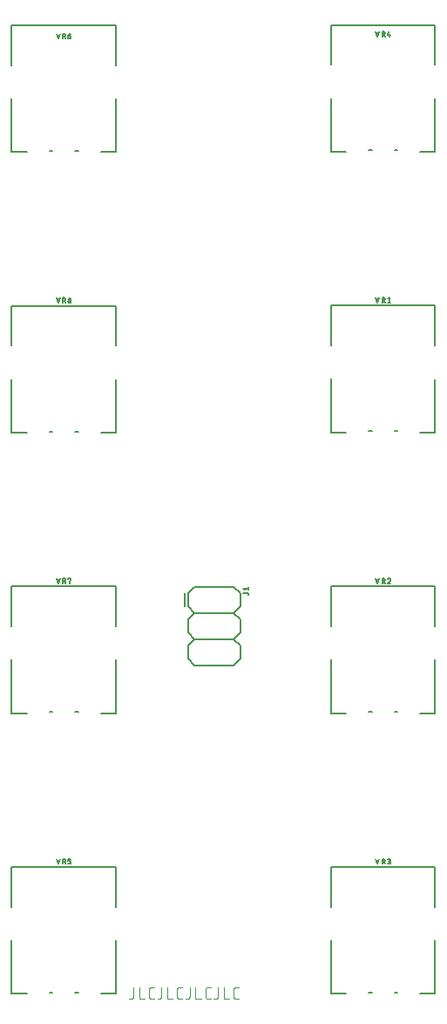
<source format=gbr>
G04 EAGLE Gerber RS-274X export*
G75*
%MOMM*%
%FSLAX34Y34*%
%LPD*%
%INSilkscreen Top*%
%IPPOS*%
%AMOC8*
5,1,8,0,0,1.08239X$1,22.5*%
G01*
%ADD10C,0.101600*%
%ADD11C,0.203200*%
%ADD12C,0.127000*%


D10*
X136203Y28092D02*
X136203Y19004D01*
X136202Y19004D02*
X136200Y18905D01*
X136194Y18805D01*
X136185Y18706D01*
X136172Y18608D01*
X136155Y18510D01*
X136134Y18412D01*
X136109Y18316D01*
X136081Y18221D01*
X136049Y18127D01*
X136014Y18034D01*
X135975Y17942D01*
X135932Y17852D01*
X135887Y17764D01*
X135837Y17677D01*
X135785Y17593D01*
X135729Y17510D01*
X135671Y17430D01*
X135609Y17352D01*
X135544Y17277D01*
X135476Y17204D01*
X135406Y17134D01*
X135333Y17066D01*
X135258Y17001D01*
X135180Y16939D01*
X135100Y16881D01*
X135017Y16825D01*
X134933Y16773D01*
X134846Y16723D01*
X134758Y16678D01*
X134668Y16635D01*
X134576Y16596D01*
X134483Y16561D01*
X134389Y16529D01*
X134294Y16501D01*
X134198Y16476D01*
X134100Y16455D01*
X134002Y16438D01*
X133904Y16425D01*
X133805Y16416D01*
X133705Y16410D01*
X133606Y16408D01*
X132308Y16408D01*
X141880Y16408D02*
X141880Y28092D01*
X141880Y16408D02*
X147073Y16408D01*
X153945Y16408D02*
X156542Y16408D01*
X153945Y16408D02*
X153846Y16410D01*
X153746Y16416D01*
X153647Y16425D01*
X153549Y16438D01*
X153451Y16455D01*
X153353Y16476D01*
X153257Y16501D01*
X153162Y16529D01*
X153068Y16561D01*
X152975Y16596D01*
X152883Y16635D01*
X152793Y16678D01*
X152705Y16723D01*
X152618Y16773D01*
X152534Y16825D01*
X152451Y16881D01*
X152371Y16939D01*
X152293Y17001D01*
X152218Y17066D01*
X152145Y17134D01*
X152075Y17204D01*
X152007Y17277D01*
X151942Y17352D01*
X151880Y17430D01*
X151822Y17510D01*
X151766Y17593D01*
X151714Y17677D01*
X151664Y17764D01*
X151619Y17852D01*
X151576Y17942D01*
X151537Y18034D01*
X151502Y18127D01*
X151470Y18221D01*
X151442Y18316D01*
X151417Y18412D01*
X151396Y18510D01*
X151379Y18608D01*
X151366Y18706D01*
X151357Y18805D01*
X151351Y18905D01*
X151349Y19004D01*
X151349Y25496D01*
X151351Y25595D01*
X151357Y25695D01*
X151366Y25794D01*
X151379Y25892D01*
X151396Y25990D01*
X151417Y26088D01*
X151442Y26184D01*
X151470Y26279D01*
X151502Y26373D01*
X151537Y26466D01*
X151576Y26558D01*
X151619Y26648D01*
X151664Y26736D01*
X151714Y26823D01*
X151766Y26907D01*
X151822Y26990D01*
X151880Y27070D01*
X151942Y27148D01*
X152007Y27223D01*
X152075Y27296D01*
X152145Y27366D01*
X152218Y27434D01*
X152293Y27499D01*
X152371Y27561D01*
X152451Y27619D01*
X152534Y27675D01*
X152618Y27727D01*
X152705Y27777D01*
X152793Y27822D01*
X152883Y27865D01*
X152975Y27904D01*
X153067Y27939D01*
X153162Y27971D01*
X153257Y27999D01*
X153353Y28024D01*
X153451Y28045D01*
X153549Y28062D01*
X153647Y28075D01*
X153746Y28084D01*
X153846Y28090D01*
X153945Y28092D01*
X156542Y28092D01*
X163635Y28092D02*
X163635Y19004D01*
X163634Y19004D02*
X163632Y18905D01*
X163626Y18805D01*
X163617Y18706D01*
X163604Y18608D01*
X163587Y18510D01*
X163566Y18412D01*
X163541Y18316D01*
X163513Y18221D01*
X163481Y18127D01*
X163446Y18034D01*
X163407Y17942D01*
X163364Y17852D01*
X163319Y17764D01*
X163269Y17677D01*
X163217Y17593D01*
X163161Y17510D01*
X163103Y17430D01*
X163041Y17352D01*
X162976Y17277D01*
X162908Y17204D01*
X162838Y17134D01*
X162765Y17066D01*
X162690Y17001D01*
X162612Y16939D01*
X162532Y16881D01*
X162449Y16825D01*
X162365Y16773D01*
X162278Y16723D01*
X162190Y16678D01*
X162100Y16635D01*
X162008Y16596D01*
X161915Y16561D01*
X161821Y16529D01*
X161726Y16501D01*
X161630Y16476D01*
X161532Y16455D01*
X161434Y16438D01*
X161336Y16425D01*
X161237Y16416D01*
X161137Y16410D01*
X161038Y16408D01*
X159740Y16408D01*
X169312Y16408D02*
X169312Y28092D01*
X169312Y16408D02*
X174505Y16408D01*
X181377Y16408D02*
X183974Y16408D01*
X181377Y16408D02*
X181278Y16410D01*
X181178Y16416D01*
X181079Y16425D01*
X180981Y16438D01*
X180883Y16455D01*
X180785Y16476D01*
X180689Y16501D01*
X180594Y16529D01*
X180500Y16561D01*
X180407Y16596D01*
X180315Y16635D01*
X180225Y16678D01*
X180137Y16723D01*
X180050Y16773D01*
X179966Y16825D01*
X179883Y16881D01*
X179803Y16939D01*
X179725Y17001D01*
X179650Y17066D01*
X179577Y17134D01*
X179507Y17204D01*
X179439Y17277D01*
X179374Y17352D01*
X179312Y17430D01*
X179254Y17510D01*
X179198Y17593D01*
X179146Y17677D01*
X179096Y17764D01*
X179051Y17852D01*
X179008Y17942D01*
X178969Y18034D01*
X178934Y18127D01*
X178902Y18221D01*
X178874Y18316D01*
X178849Y18412D01*
X178828Y18510D01*
X178811Y18608D01*
X178798Y18706D01*
X178789Y18805D01*
X178783Y18905D01*
X178781Y19004D01*
X178781Y25496D01*
X178783Y25595D01*
X178789Y25695D01*
X178798Y25794D01*
X178811Y25892D01*
X178828Y25990D01*
X178849Y26088D01*
X178874Y26184D01*
X178902Y26279D01*
X178934Y26373D01*
X178969Y26466D01*
X179008Y26558D01*
X179051Y26648D01*
X179096Y26736D01*
X179146Y26823D01*
X179198Y26907D01*
X179254Y26990D01*
X179312Y27070D01*
X179374Y27148D01*
X179439Y27223D01*
X179507Y27296D01*
X179577Y27366D01*
X179650Y27434D01*
X179725Y27499D01*
X179803Y27561D01*
X179883Y27619D01*
X179966Y27675D01*
X180050Y27727D01*
X180137Y27777D01*
X180225Y27822D01*
X180315Y27865D01*
X180407Y27904D01*
X180499Y27939D01*
X180594Y27971D01*
X180689Y27999D01*
X180785Y28024D01*
X180883Y28045D01*
X180981Y28062D01*
X181079Y28075D01*
X181178Y28084D01*
X181278Y28090D01*
X181377Y28092D01*
X183974Y28092D01*
X191067Y28092D02*
X191067Y19004D01*
X191066Y19004D02*
X191064Y18905D01*
X191058Y18805D01*
X191049Y18706D01*
X191036Y18608D01*
X191019Y18510D01*
X190998Y18412D01*
X190973Y18316D01*
X190945Y18221D01*
X190913Y18127D01*
X190878Y18034D01*
X190839Y17942D01*
X190796Y17852D01*
X190751Y17764D01*
X190701Y17677D01*
X190649Y17593D01*
X190593Y17510D01*
X190535Y17430D01*
X190473Y17352D01*
X190408Y17277D01*
X190340Y17204D01*
X190270Y17134D01*
X190197Y17066D01*
X190122Y17001D01*
X190044Y16939D01*
X189964Y16881D01*
X189881Y16825D01*
X189797Y16773D01*
X189710Y16723D01*
X189622Y16678D01*
X189532Y16635D01*
X189440Y16596D01*
X189347Y16561D01*
X189253Y16529D01*
X189158Y16501D01*
X189062Y16476D01*
X188964Y16455D01*
X188866Y16438D01*
X188768Y16425D01*
X188669Y16416D01*
X188569Y16410D01*
X188470Y16408D01*
X187172Y16408D01*
X196744Y16408D02*
X196744Y28092D01*
X196744Y16408D02*
X201937Y16408D01*
X208809Y16408D02*
X211406Y16408D01*
X208809Y16408D02*
X208710Y16410D01*
X208610Y16416D01*
X208511Y16425D01*
X208413Y16438D01*
X208315Y16455D01*
X208217Y16476D01*
X208121Y16501D01*
X208026Y16529D01*
X207932Y16561D01*
X207839Y16596D01*
X207747Y16635D01*
X207657Y16678D01*
X207569Y16723D01*
X207482Y16773D01*
X207398Y16825D01*
X207315Y16881D01*
X207235Y16939D01*
X207157Y17001D01*
X207082Y17066D01*
X207009Y17134D01*
X206939Y17204D01*
X206871Y17277D01*
X206806Y17352D01*
X206744Y17430D01*
X206686Y17510D01*
X206630Y17593D01*
X206578Y17677D01*
X206528Y17764D01*
X206483Y17852D01*
X206440Y17942D01*
X206401Y18034D01*
X206366Y18127D01*
X206334Y18221D01*
X206306Y18316D01*
X206281Y18412D01*
X206260Y18510D01*
X206243Y18608D01*
X206230Y18706D01*
X206221Y18805D01*
X206215Y18905D01*
X206213Y19004D01*
X206213Y25496D01*
X206215Y25595D01*
X206221Y25695D01*
X206230Y25794D01*
X206243Y25892D01*
X206260Y25990D01*
X206281Y26088D01*
X206306Y26184D01*
X206334Y26279D01*
X206366Y26373D01*
X206401Y26466D01*
X206440Y26558D01*
X206483Y26648D01*
X206528Y26736D01*
X206578Y26823D01*
X206630Y26907D01*
X206686Y26990D01*
X206744Y27070D01*
X206806Y27148D01*
X206871Y27223D01*
X206939Y27296D01*
X207009Y27366D01*
X207082Y27434D01*
X207157Y27499D01*
X207235Y27561D01*
X207315Y27619D01*
X207398Y27675D01*
X207482Y27727D01*
X207569Y27777D01*
X207657Y27822D01*
X207747Y27865D01*
X207839Y27904D01*
X207931Y27939D01*
X208026Y27971D01*
X208121Y27999D01*
X208217Y28024D01*
X208315Y28045D01*
X208413Y28062D01*
X208511Y28075D01*
X208610Y28084D01*
X208710Y28090D01*
X208809Y28092D01*
X211406Y28092D01*
X218499Y28092D02*
X218499Y19004D01*
X218498Y19004D02*
X218496Y18905D01*
X218490Y18805D01*
X218481Y18706D01*
X218468Y18608D01*
X218451Y18510D01*
X218430Y18412D01*
X218405Y18316D01*
X218377Y18221D01*
X218345Y18127D01*
X218310Y18034D01*
X218271Y17942D01*
X218228Y17852D01*
X218183Y17764D01*
X218133Y17677D01*
X218081Y17593D01*
X218025Y17510D01*
X217967Y17430D01*
X217905Y17352D01*
X217840Y17277D01*
X217772Y17204D01*
X217702Y17134D01*
X217629Y17066D01*
X217554Y17001D01*
X217476Y16939D01*
X217396Y16881D01*
X217313Y16825D01*
X217229Y16773D01*
X217142Y16723D01*
X217054Y16678D01*
X216964Y16635D01*
X216872Y16596D01*
X216779Y16561D01*
X216685Y16529D01*
X216590Y16501D01*
X216494Y16476D01*
X216396Y16455D01*
X216298Y16438D01*
X216200Y16425D01*
X216101Y16416D01*
X216001Y16410D01*
X215902Y16408D01*
X214604Y16408D01*
X224176Y16408D02*
X224176Y28092D01*
X224176Y16408D02*
X229369Y16408D01*
X236241Y16408D02*
X238838Y16408D01*
X236241Y16408D02*
X236142Y16410D01*
X236042Y16416D01*
X235943Y16425D01*
X235845Y16438D01*
X235747Y16455D01*
X235649Y16476D01*
X235553Y16501D01*
X235458Y16529D01*
X235364Y16561D01*
X235271Y16596D01*
X235179Y16635D01*
X235089Y16678D01*
X235001Y16723D01*
X234914Y16773D01*
X234830Y16825D01*
X234747Y16881D01*
X234667Y16939D01*
X234589Y17001D01*
X234514Y17066D01*
X234441Y17134D01*
X234371Y17204D01*
X234303Y17277D01*
X234238Y17352D01*
X234176Y17430D01*
X234118Y17510D01*
X234062Y17593D01*
X234010Y17677D01*
X233960Y17764D01*
X233915Y17852D01*
X233872Y17942D01*
X233833Y18034D01*
X233798Y18127D01*
X233766Y18221D01*
X233738Y18316D01*
X233713Y18412D01*
X233692Y18510D01*
X233675Y18608D01*
X233662Y18706D01*
X233653Y18805D01*
X233647Y18905D01*
X233645Y19004D01*
X233645Y25496D01*
X233647Y25595D01*
X233653Y25695D01*
X233662Y25794D01*
X233675Y25892D01*
X233692Y25990D01*
X233713Y26088D01*
X233738Y26184D01*
X233766Y26279D01*
X233798Y26373D01*
X233833Y26466D01*
X233872Y26558D01*
X233915Y26648D01*
X233960Y26736D01*
X234010Y26823D01*
X234062Y26907D01*
X234118Y26990D01*
X234176Y27070D01*
X234238Y27148D01*
X234303Y27223D01*
X234371Y27296D01*
X234441Y27366D01*
X234514Y27434D01*
X234589Y27499D01*
X234667Y27561D01*
X234747Y27619D01*
X234830Y27675D01*
X234914Y27727D01*
X235001Y27777D01*
X235089Y27822D01*
X235179Y27865D01*
X235271Y27904D01*
X235363Y27939D01*
X235458Y27971D01*
X235553Y27999D01*
X235649Y28024D01*
X235747Y28045D01*
X235845Y28062D01*
X235943Y28075D01*
X236042Y28084D01*
X236142Y28090D01*
X236241Y28092D01*
X238838Y28092D01*
D11*
X189300Y410450D02*
X195650Y416800D01*
X189300Y397750D02*
X195650Y391400D01*
X189300Y385050D01*
X189300Y372350D02*
X195650Y366000D01*
X189300Y359650D01*
X189300Y346950D02*
X195650Y340600D01*
X195650Y416800D02*
X233750Y416800D01*
X240100Y410450D01*
X240100Y397750D01*
X233750Y391400D01*
X240100Y385050D01*
X240100Y372350D01*
X233750Y366000D01*
X240100Y359650D01*
X240100Y346950D01*
X233750Y340600D01*
X233750Y391400D02*
X195650Y391400D01*
X195650Y366000D02*
X233750Y366000D01*
X233750Y340600D02*
X195650Y340600D01*
X189300Y346950D02*
X189300Y359650D01*
X189300Y372350D02*
X189300Y385050D01*
X189300Y397750D02*
X189300Y410450D01*
X185950Y410450D02*
X185950Y397750D01*
D12*
X243275Y410536D02*
X247029Y410536D01*
X247094Y410534D01*
X247158Y410528D01*
X247222Y410518D01*
X247286Y410505D01*
X247348Y410487D01*
X247409Y410466D01*
X247469Y410442D01*
X247527Y410413D01*
X247584Y410381D01*
X247638Y410346D01*
X247690Y410308D01*
X247740Y410266D01*
X247787Y410222D01*
X247831Y410175D01*
X247873Y410125D01*
X247911Y410073D01*
X247946Y410019D01*
X247978Y409962D01*
X248007Y409904D01*
X248031Y409844D01*
X248052Y409783D01*
X248070Y409721D01*
X248083Y409657D01*
X248093Y409593D01*
X248099Y409529D01*
X248101Y409464D01*
X248101Y408927D01*
X244347Y413484D02*
X243275Y414824D01*
X248101Y414824D01*
X248101Y413484D02*
X248101Y416165D01*
D11*
X415100Y566452D02*
X429670Y566452D01*
X368100Y567722D02*
X365100Y567722D01*
X328530Y650972D02*
X328530Y689452D01*
X429670Y618322D02*
X429670Y566452D01*
X328530Y566452D02*
X328530Y618332D01*
X429670Y650972D02*
X429670Y689452D01*
X328530Y689452D01*
X328830Y566452D02*
X343100Y566452D01*
X390100Y567722D02*
X393100Y567722D01*
D12*
X373656Y692507D02*
X372048Y697333D01*
X375265Y697333D02*
X373656Y692507D01*
X378049Y692507D02*
X378049Y697333D01*
X379389Y697333D01*
X379389Y697334D02*
X379460Y697332D01*
X379532Y697326D01*
X379602Y697317D01*
X379672Y697304D01*
X379742Y697287D01*
X379810Y697266D01*
X379877Y697242D01*
X379943Y697214D01*
X380007Y697183D01*
X380070Y697148D01*
X380130Y697110D01*
X380189Y697069D01*
X380245Y697025D01*
X380299Y696978D01*
X380350Y696929D01*
X380398Y696876D01*
X380444Y696821D01*
X380486Y696764D01*
X380526Y696704D01*
X380562Y696643D01*
X380595Y696579D01*
X380624Y696514D01*
X380650Y696448D01*
X380673Y696380D01*
X380692Y696311D01*
X380707Y696241D01*
X380718Y696171D01*
X380726Y696100D01*
X380730Y696029D01*
X380730Y695957D01*
X380726Y695886D01*
X380718Y695815D01*
X380707Y695745D01*
X380692Y695675D01*
X380673Y695606D01*
X380650Y695538D01*
X380624Y695472D01*
X380595Y695407D01*
X380562Y695343D01*
X380526Y695282D01*
X380486Y695222D01*
X380444Y695165D01*
X380398Y695110D01*
X380350Y695057D01*
X380299Y695008D01*
X380245Y694961D01*
X380189Y694917D01*
X380130Y694876D01*
X380070Y694838D01*
X380007Y694803D01*
X379943Y694772D01*
X379877Y694744D01*
X379810Y694720D01*
X379742Y694699D01*
X379672Y694682D01*
X379602Y694669D01*
X379532Y694660D01*
X379460Y694654D01*
X379389Y694652D01*
X378049Y694652D01*
X379657Y694652D02*
X380730Y692507D01*
X383471Y696261D02*
X384812Y697333D01*
X384812Y692507D01*
X386152Y692507D02*
X383471Y692507D01*
D11*
X415100Y294008D02*
X429670Y294008D01*
X368100Y295278D02*
X365100Y295278D01*
X328530Y378528D02*
X328530Y417008D01*
X429670Y345878D02*
X429670Y294008D01*
X328530Y294008D02*
X328530Y345888D01*
X429670Y378528D02*
X429670Y417008D01*
X328530Y417008D01*
X328830Y294008D02*
X343100Y294008D01*
X390100Y295278D02*
X393100Y295278D01*
D12*
X373656Y420063D02*
X372048Y424889D01*
X375265Y424889D02*
X373656Y420063D01*
X378049Y420063D02*
X378049Y424889D01*
X379389Y424889D01*
X379460Y424887D01*
X379532Y424881D01*
X379602Y424872D01*
X379672Y424859D01*
X379742Y424842D01*
X379810Y424821D01*
X379877Y424797D01*
X379943Y424769D01*
X380007Y424738D01*
X380070Y424703D01*
X380130Y424665D01*
X380189Y424624D01*
X380245Y424580D01*
X380299Y424533D01*
X380350Y424484D01*
X380398Y424431D01*
X380444Y424376D01*
X380486Y424319D01*
X380526Y424259D01*
X380562Y424198D01*
X380595Y424134D01*
X380624Y424069D01*
X380650Y424003D01*
X380673Y423935D01*
X380692Y423866D01*
X380707Y423796D01*
X380718Y423726D01*
X380726Y423655D01*
X380730Y423584D01*
X380730Y423512D01*
X380726Y423441D01*
X380718Y423370D01*
X380707Y423300D01*
X380692Y423230D01*
X380673Y423161D01*
X380650Y423093D01*
X380624Y423027D01*
X380595Y422962D01*
X380562Y422898D01*
X380526Y422837D01*
X380486Y422777D01*
X380444Y422720D01*
X380398Y422665D01*
X380350Y422612D01*
X380299Y422563D01*
X380245Y422516D01*
X380189Y422472D01*
X380130Y422431D01*
X380070Y422393D01*
X380007Y422358D01*
X379943Y422327D01*
X379877Y422299D01*
X379810Y422275D01*
X379742Y422254D01*
X379672Y422237D01*
X379602Y422224D01*
X379532Y422215D01*
X379460Y422209D01*
X379389Y422207D01*
X379389Y422208D02*
X378049Y422208D01*
X379657Y422208D02*
X380730Y420063D01*
X384946Y424889D02*
X385014Y424887D01*
X385081Y424881D01*
X385148Y424872D01*
X385215Y424859D01*
X385280Y424842D01*
X385345Y424821D01*
X385408Y424797D01*
X385470Y424769D01*
X385530Y424738D01*
X385588Y424704D01*
X385644Y424666D01*
X385699Y424626D01*
X385750Y424582D01*
X385799Y424535D01*
X385846Y424486D01*
X385890Y424435D01*
X385930Y424380D01*
X385968Y424324D01*
X386002Y424266D01*
X386033Y424206D01*
X386061Y424144D01*
X386085Y424081D01*
X386106Y424016D01*
X386123Y423951D01*
X386136Y423884D01*
X386145Y423817D01*
X386151Y423750D01*
X386153Y423682D01*
X384946Y424889D02*
X384868Y424887D01*
X384790Y424881D01*
X384713Y424871D01*
X384636Y424858D01*
X384560Y424840D01*
X384485Y424819D01*
X384411Y424794D01*
X384339Y424765D01*
X384268Y424733D01*
X384199Y424697D01*
X384131Y424658D01*
X384066Y424615D01*
X384003Y424569D01*
X383942Y424520D01*
X383884Y424468D01*
X383829Y424413D01*
X383776Y424356D01*
X383727Y424296D01*
X383680Y424233D01*
X383637Y424169D01*
X383597Y424102D01*
X383560Y424033D01*
X383527Y423962D01*
X383497Y423890D01*
X383471Y423817D01*
X385751Y422744D02*
X385800Y422793D01*
X385847Y422845D01*
X385890Y422900D01*
X385931Y422957D01*
X385969Y423016D01*
X386003Y423077D01*
X386034Y423140D01*
X386062Y423204D01*
X386086Y423270D01*
X386106Y423336D01*
X386123Y423404D01*
X386136Y423473D01*
X386145Y423542D01*
X386151Y423612D01*
X386153Y423682D01*
X385750Y422744D02*
X383471Y420063D01*
X386152Y420063D01*
D11*
X415100Y21563D02*
X429670Y21563D01*
X368100Y22833D02*
X365100Y22833D01*
X328530Y106083D02*
X328530Y144563D01*
X429670Y73433D02*
X429670Y21563D01*
X328530Y21563D02*
X328530Y73443D01*
X429670Y106083D02*
X429670Y144563D01*
X328530Y144563D01*
X328830Y21563D02*
X343100Y21563D01*
X390100Y22833D02*
X393100Y22833D01*
D12*
X373656Y147618D02*
X372048Y152444D01*
X375265Y152444D02*
X373656Y147618D01*
X378049Y147618D02*
X378049Y152444D01*
X379389Y152444D01*
X379389Y152445D02*
X379460Y152443D01*
X379532Y152437D01*
X379602Y152428D01*
X379672Y152415D01*
X379742Y152398D01*
X379810Y152377D01*
X379877Y152353D01*
X379943Y152325D01*
X380007Y152294D01*
X380070Y152259D01*
X380130Y152221D01*
X380189Y152180D01*
X380245Y152136D01*
X380299Y152089D01*
X380350Y152040D01*
X380398Y151987D01*
X380444Y151932D01*
X380486Y151875D01*
X380526Y151815D01*
X380562Y151754D01*
X380595Y151690D01*
X380624Y151625D01*
X380650Y151559D01*
X380673Y151491D01*
X380692Y151422D01*
X380707Y151352D01*
X380718Y151282D01*
X380726Y151211D01*
X380730Y151140D01*
X380730Y151068D01*
X380726Y150997D01*
X380718Y150926D01*
X380707Y150856D01*
X380692Y150786D01*
X380673Y150717D01*
X380650Y150649D01*
X380624Y150583D01*
X380595Y150518D01*
X380562Y150454D01*
X380526Y150393D01*
X380486Y150333D01*
X380444Y150276D01*
X380398Y150221D01*
X380350Y150168D01*
X380299Y150119D01*
X380245Y150072D01*
X380189Y150028D01*
X380130Y149987D01*
X380070Y149949D01*
X380007Y149914D01*
X379943Y149883D01*
X379877Y149855D01*
X379810Y149831D01*
X379742Y149810D01*
X379672Y149793D01*
X379602Y149780D01*
X379532Y149771D01*
X379460Y149765D01*
X379389Y149763D01*
X378049Y149763D01*
X379657Y149763D02*
X380730Y147618D01*
X383471Y147618D02*
X384812Y147618D01*
X384883Y147620D01*
X384955Y147626D01*
X385025Y147635D01*
X385095Y147648D01*
X385165Y147665D01*
X385233Y147686D01*
X385300Y147710D01*
X385366Y147738D01*
X385430Y147769D01*
X385493Y147804D01*
X385553Y147842D01*
X385612Y147883D01*
X385668Y147927D01*
X385722Y147974D01*
X385773Y148023D01*
X385821Y148076D01*
X385867Y148131D01*
X385909Y148188D01*
X385949Y148248D01*
X385985Y148309D01*
X386018Y148373D01*
X386047Y148438D01*
X386073Y148504D01*
X386096Y148572D01*
X386115Y148641D01*
X386130Y148711D01*
X386141Y148781D01*
X386149Y148852D01*
X386153Y148923D01*
X386153Y148995D01*
X386149Y149066D01*
X386141Y149137D01*
X386130Y149207D01*
X386115Y149277D01*
X386096Y149346D01*
X386073Y149414D01*
X386047Y149480D01*
X386018Y149545D01*
X385985Y149609D01*
X385949Y149670D01*
X385909Y149730D01*
X385867Y149787D01*
X385821Y149842D01*
X385773Y149895D01*
X385722Y149944D01*
X385668Y149991D01*
X385612Y150035D01*
X385553Y150076D01*
X385493Y150114D01*
X385430Y150149D01*
X385366Y150180D01*
X385300Y150208D01*
X385233Y150232D01*
X385165Y150253D01*
X385095Y150270D01*
X385025Y150283D01*
X384955Y150292D01*
X384883Y150298D01*
X384812Y150300D01*
X385080Y152444D02*
X383471Y152444D01*
X385080Y152444D02*
X385145Y152442D01*
X385209Y152436D01*
X385273Y152426D01*
X385337Y152413D01*
X385399Y152395D01*
X385460Y152374D01*
X385520Y152350D01*
X385578Y152321D01*
X385635Y152289D01*
X385689Y152254D01*
X385741Y152216D01*
X385791Y152174D01*
X385838Y152130D01*
X385882Y152083D01*
X385924Y152033D01*
X385962Y151981D01*
X385997Y151927D01*
X386029Y151870D01*
X386058Y151812D01*
X386082Y151752D01*
X386103Y151691D01*
X386121Y151629D01*
X386134Y151565D01*
X386144Y151501D01*
X386150Y151437D01*
X386152Y151372D01*
X386150Y151307D01*
X386144Y151243D01*
X386134Y151179D01*
X386121Y151115D01*
X386103Y151053D01*
X386082Y150992D01*
X386058Y150932D01*
X386029Y150874D01*
X385997Y150817D01*
X385962Y150763D01*
X385924Y150711D01*
X385882Y150661D01*
X385838Y150614D01*
X385791Y150570D01*
X385741Y150528D01*
X385689Y150490D01*
X385635Y150455D01*
X385578Y150423D01*
X385520Y150394D01*
X385460Y150370D01*
X385399Y150349D01*
X385337Y150331D01*
X385273Y150318D01*
X385209Y150308D01*
X385145Y150302D01*
X385080Y150300D01*
X385080Y150299D02*
X384008Y150299D01*
D11*
X415100Y838897D02*
X429670Y838897D01*
X368100Y840167D02*
X365100Y840167D01*
X328530Y923417D02*
X328530Y961897D01*
X429670Y890767D02*
X429670Y838897D01*
X328530Y838897D02*
X328530Y890777D01*
X429670Y923417D02*
X429670Y961897D01*
X328530Y961897D01*
X328830Y838897D02*
X343100Y838897D01*
X390100Y840167D02*
X393100Y840167D01*
D12*
X373656Y950952D02*
X372048Y955778D01*
X375265Y955778D02*
X373656Y950952D01*
X378049Y950952D02*
X378049Y955778D01*
X379389Y955778D01*
X379460Y955776D01*
X379532Y955770D01*
X379602Y955761D01*
X379672Y955748D01*
X379742Y955731D01*
X379810Y955710D01*
X379877Y955686D01*
X379943Y955658D01*
X380007Y955627D01*
X380070Y955592D01*
X380130Y955554D01*
X380189Y955513D01*
X380245Y955469D01*
X380299Y955422D01*
X380350Y955373D01*
X380398Y955320D01*
X380444Y955265D01*
X380486Y955208D01*
X380526Y955148D01*
X380562Y955087D01*
X380595Y955023D01*
X380624Y954958D01*
X380650Y954892D01*
X380673Y954824D01*
X380692Y954755D01*
X380707Y954685D01*
X380718Y954615D01*
X380726Y954544D01*
X380730Y954473D01*
X380730Y954401D01*
X380726Y954330D01*
X380718Y954259D01*
X380707Y954189D01*
X380692Y954119D01*
X380673Y954050D01*
X380650Y953982D01*
X380624Y953916D01*
X380595Y953851D01*
X380562Y953787D01*
X380526Y953726D01*
X380486Y953666D01*
X380444Y953609D01*
X380398Y953554D01*
X380350Y953501D01*
X380299Y953452D01*
X380245Y953405D01*
X380189Y953361D01*
X380130Y953320D01*
X380070Y953282D01*
X380007Y953247D01*
X379943Y953216D01*
X379877Y953188D01*
X379810Y953164D01*
X379742Y953143D01*
X379672Y953126D01*
X379602Y953113D01*
X379532Y953104D01*
X379460Y953098D01*
X379389Y953096D01*
X379389Y953097D02*
X378049Y953097D01*
X379657Y953097D02*
X380730Y950952D01*
X383471Y952024D02*
X384544Y955778D01*
X383471Y952024D02*
X386152Y952024D01*
X385348Y953097D02*
X385348Y950952D01*
D11*
X119270Y21563D02*
X104700Y21563D01*
X57700Y22833D02*
X54700Y22833D01*
X18130Y106083D02*
X18130Y144563D01*
X119270Y73433D02*
X119270Y21563D01*
X18130Y21563D02*
X18130Y73443D01*
X119270Y106083D02*
X119270Y144563D01*
X18130Y144563D01*
X18430Y21563D02*
X32700Y21563D01*
X79700Y22833D02*
X82700Y22833D01*
D12*
X63256Y147618D02*
X61648Y152444D01*
X64865Y152444D02*
X63256Y147618D01*
X67649Y147618D02*
X67649Y152444D01*
X68989Y152444D01*
X68989Y152445D02*
X69060Y152443D01*
X69132Y152437D01*
X69202Y152428D01*
X69272Y152415D01*
X69342Y152398D01*
X69410Y152377D01*
X69477Y152353D01*
X69543Y152325D01*
X69607Y152294D01*
X69670Y152259D01*
X69730Y152221D01*
X69789Y152180D01*
X69845Y152136D01*
X69899Y152089D01*
X69950Y152040D01*
X69998Y151987D01*
X70044Y151932D01*
X70086Y151875D01*
X70126Y151815D01*
X70162Y151754D01*
X70195Y151690D01*
X70224Y151625D01*
X70250Y151559D01*
X70273Y151491D01*
X70292Y151422D01*
X70307Y151352D01*
X70318Y151282D01*
X70326Y151211D01*
X70330Y151140D01*
X70330Y151068D01*
X70326Y150997D01*
X70318Y150926D01*
X70307Y150856D01*
X70292Y150786D01*
X70273Y150717D01*
X70250Y150649D01*
X70224Y150583D01*
X70195Y150518D01*
X70162Y150454D01*
X70126Y150393D01*
X70086Y150333D01*
X70044Y150276D01*
X69998Y150221D01*
X69950Y150168D01*
X69899Y150119D01*
X69845Y150072D01*
X69789Y150028D01*
X69730Y149987D01*
X69670Y149949D01*
X69607Y149914D01*
X69543Y149883D01*
X69477Y149855D01*
X69410Y149831D01*
X69342Y149810D01*
X69272Y149793D01*
X69202Y149780D01*
X69132Y149771D01*
X69060Y149765D01*
X68989Y149763D01*
X67649Y149763D01*
X69257Y149763D02*
X70330Y147618D01*
X73071Y147618D02*
X74680Y147618D01*
X74680Y147619D02*
X74745Y147621D01*
X74809Y147627D01*
X74873Y147637D01*
X74937Y147650D01*
X74999Y147668D01*
X75060Y147689D01*
X75120Y147713D01*
X75178Y147742D01*
X75235Y147774D01*
X75289Y147809D01*
X75341Y147847D01*
X75391Y147889D01*
X75438Y147933D01*
X75482Y147980D01*
X75524Y148030D01*
X75562Y148082D01*
X75597Y148136D01*
X75629Y148193D01*
X75658Y148251D01*
X75682Y148311D01*
X75703Y148372D01*
X75721Y148434D01*
X75734Y148498D01*
X75744Y148562D01*
X75750Y148626D01*
X75752Y148691D01*
X75752Y149227D01*
X75750Y149292D01*
X75744Y149356D01*
X75734Y149420D01*
X75721Y149484D01*
X75703Y149546D01*
X75682Y149607D01*
X75658Y149667D01*
X75629Y149725D01*
X75597Y149782D01*
X75562Y149836D01*
X75524Y149888D01*
X75482Y149938D01*
X75438Y149985D01*
X75391Y150029D01*
X75341Y150071D01*
X75289Y150109D01*
X75235Y150144D01*
X75178Y150176D01*
X75120Y150205D01*
X75060Y150229D01*
X74999Y150250D01*
X74937Y150268D01*
X74873Y150281D01*
X74809Y150291D01*
X74745Y150297D01*
X74680Y150299D01*
X73071Y150299D01*
X73071Y152444D01*
X75752Y152444D01*
D11*
X104700Y838563D02*
X119270Y838563D01*
X57700Y839833D02*
X54700Y839833D01*
X18130Y923083D02*
X18130Y961563D01*
X119270Y890433D02*
X119270Y838563D01*
X18130Y838563D02*
X18130Y890443D01*
X119270Y923083D02*
X119270Y961563D01*
X18130Y961563D01*
X18430Y838563D02*
X32700Y838563D01*
X79700Y839833D02*
X82700Y839833D01*
D12*
X63256Y948618D02*
X61648Y953444D01*
X64865Y953444D02*
X63256Y948618D01*
X67649Y948618D02*
X67649Y953444D01*
X68989Y953444D01*
X68989Y953445D02*
X69060Y953443D01*
X69132Y953437D01*
X69202Y953428D01*
X69272Y953415D01*
X69342Y953398D01*
X69410Y953377D01*
X69477Y953353D01*
X69543Y953325D01*
X69607Y953294D01*
X69670Y953259D01*
X69730Y953221D01*
X69789Y953180D01*
X69845Y953136D01*
X69899Y953089D01*
X69950Y953040D01*
X69998Y952987D01*
X70044Y952932D01*
X70086Y952875D01*
X70126Y952815D01*
X70162Y952754D01*
X70195Y952690D01*
X70224Y952625D01*
X70250Y952559D01*
X70273Y952491D01*
X70292Y952422D01*
X70307Y952352D01*
X70318Y952282D01*
X70326Y952211D01*
X70330Y952140D01*
X70330Y952068D01*
X70326Y951997D01*
X70318Y951926D01*
X70307Y951856D01*
X70292Y951786D01*
X70273Y951717D01*
X70250Y951649D01*
X70224Y951583D01*
X70195Y951518D01*
X70162Y951454D01*
X70126Y951393D01*
X70086Y951333D01*
X70044Y951276D01*
X69998Y951221D01*
X69950Y951168D01*
X69899Y951119D01*
X69845Y951072D01*
X69789Y951028D01*
X69730Y950987D01*
X69670Y950949D01*
X69607Y950914D01*
X69543Y950883D01*
X69477Y950855D01*
X69410Y950831D01*
X69342Y950810D01*
X69272Y950793D01*
X69202Y950780D01*
X69132Y950771D01*
X69060Y950765D01*
X68989Y950763D01*
X67649Y950763D01*
X69257Y950763D02*
X70330Y948618D01*
X73071Y951299D02*
X74680Y951299D01*
X74745Y951297D01*
X74809Y951291D01*
X74873Y951281D01*
X74937Y951268D01*
X74999Y951250D01*
X75060Y951229D01*
X75120Y951205D01*
X75178Y951176D01*
X75235Y951144D01*
X75289Y951109D01*
X75341Y951071D01*
X75391Y951029D01*
X75438Y950985D01*
X75482Y950938D01*
X75524Y950888D01*
X75562Y950836D01*
X75597Y950782D01*
X75629Y950725D01*
X75658Y950667D01*
X75682Y950607D01*
X75703Y950546D01*
X75721Y950484D01*
X75734Y950420D01*
X75744Y950356D01*
X75750Y950292D01*
X75752Y950227D01*
X75752Y949959D01*
X75753Y949959D02*
X75751Y949888D01*
X75745Y949816D01*
X75736Y949746D01*
X75723Y949676D01*
X75706Y949606D01*
X75685Y949538D01*
X75661Y949471D01*
X75633Y949405D01*
X75602Y949341D01*
X75567Y949278D01*
X75529Y949218D01*
X75488Y949159D01*
X75444Y949103D01*
X75397Y949049D01*
X75348Y948998D01*
X75295Y948950D01*
X75240Y948904D01*
X75183Y948862D01*
X75123Y948822D01*
X75062Y948786D01*
X74998Y948753D01*
X74933Y948724D01*
X74867Y948698D01*
X74799Y948675D01*
X74730Y948656D01*
X74660Y948641D01*
X74590Y948630D01*
X74519Y948622D01*
X74448Y948618D01*
X74376Y948618D01*
X74305Y948622D01*
X74234Y948630D01*
X74164Y948641D01*
X74094Y948656D01*
X74025Y948675D01*
X73957Y948698D01*
X73891Y948724D01*
X73826Y948753D01*
X73762Y948786D01*
X73701Y948822D01*
X73641Y948862D01*
X73584Y948904D01*
X73529Y948950D01*
X73476Y948998D01*
X73427Y949049D01*
X73380Y949103D01*
X73336Y949159D01*
X73295Y949218D01*
X73257Y949278D01*
X73222Y949341D01*
X73191Y949405D01*
X73163Y949471D01*
X73139Y949538D01*
X73118Y949606D01*
X73101Y949676D01*
X73088Y949746D01*
X73079Y949816D01*
X73073Y949888D01*
X73071Y949959D01*
X73071Y951299D01*
X73073Y951390D01*
X73079Y951481D01*
X73088Y951571D01*
X73102Y951662D01*
X73119Y951751D01*
X73140Y951839D01*
X73165Y951927D01*
X73194Y952014D01*
X73226Y952099D01*
X73261Y952183D01*
X73301Y952265D01*
X73343Y952345D01*
X73389Y952424D01*
X73439Y952500D01*
X73491Y952574D01*
X73547Y952647D01*
X73606Y952716D01*
X73667Y952783D01*
X73732Y952848D01*
X73799Y952909D01*
X73868Y952968D01*
X73940Y953024D01*
X74015Y953076D01*
X74091Y953126D01*
X74170Y953172D01*
X74250Y953214D01*
X74332Y953254D01*
X74416Y953289D01*
X74501Y953321D01*
X74588Y953350D01*
X74675Y953375D01*
X74764Y953396D01*
X74853Y953413D01*
X74944Y953427D01*
X75034Y953436D01*
X75125Y953442D01*
X75216Y953444D01*
D11*
X104700Y293897D02*
X119270Y293897D01*
X57700Y295167D02*
X54700Y295167D01*
X18130Y378417D02*
X18130Y416897D01*
X119270Y345767D02*
X119270Y293897D01*
X18130Y293897D02*
X18130Y345777D01*
X119270Y378417D02*
X119270Y416897D01*
X18130Y416897D01*
X18430Y293897D02*
X32700Y293897D01*
X79700Y295167D02*
X82700Y295167D01*
D12*
X63256Y419952D02*
X61648Y424778D01*
X64865Y424778D02*
X63256Y419952D01*
X67649Y419952D02*
X67649Y424778D01*
X68989Y424778D01*
X69060Y424776D01*
X69132Y424770D01*
X69202Y424761D01*
X69272Y424748D01*
X69342Y424731D01*
X69410Y424710D01*
X69477Y424686D01*
X69543Y424658D01*
X69607Y424627D01*
X69670Y424592D01*
X69730Y424554D01*
X69789Y424513D01*
X69845Y424469D01*
X69899Y424422D01*
X69950Y424373D01*
X69998Y424320D01*
X70044Y424265D01*
X70086Y424208D01*
X70126Y424148D01*
X70162Y424087D01*
X70195Y424023D01*
X70224Y423958D01*
X70250Y423892D01*
X70273Y423824D01*
X70292Y423755D01*
X70307Y423685D01*
X70318Y423615D01*
X70326Y423544D01*
X70330Y423473D01*
X70330Y423401D01*
X70326Y423330D01*
X70318Y423259D01*
X70307Y423189D01*
X70292Y423119D01*
X70273Y423050D01*
X70250Y422982D01*
X70224Y422916D01*
X70195Y422851D01*
X70162Y422787D01*
X70126Y422726D01*
X70086Y422666D01*
X70044Y422609D01*
X69998Y422554D01*
X69950Y422501D01*
X69899Y422452D01*
X69845Y422405D01*
X69789Y422361D01*
X69730Y422320D01*
X69670Y422282D01*
X69607Y422247D01*
X69543Y422216D01*
X69477Y422188D01*
X69410Y422164D01*
X69342Y422143D01*
X69272Y422126D01*
X69202Y422113D01*
X69132Y422104D01*
X69060Y422098D01*
X68989Y422096D01*
X68989Y422097D02*
X67649Y422097D01*
X69257Y422097D02*
X70330Y419952D01*
X73071Y424241D02*
X73071Y424778D01*
X75752Y424778D01*
X74412Y419952D01*
D11*
X104700Y566230D02*
X119270Y566230D01*
X57700Y567500D02*
X54700Y567500D01*
X18130Y650750D02*
X18130Y689230D01*
X119270Y618100D02*
X119270Y566230D01*
X18130Y566230D02*
X18130Y618110D01*
X119270Y650750D02*
X119270Y689230D01*
X18130Y689230D01*
X18430Y566230D02*
X32700Y566230D01*
X79700Y567500D02*
X82700Y567500D01*
D12*
X63256Y692285D02*
X61648Y697111D01*
X64865Y697111D02*
X63256Y692285D01*
X67649Y692285D02*
X67649Y697111D01*
X68989Y697111D01*
X69060Y697109D01*
X69132Y697103D01*
X69202Y697094D01*
X69272Y697081D01*
X69342Y697064D01*
X69410Y697043D01*
X69477Y697019D01*
X69543Y696991D01*
X69607Y696960D01*
X69670Y696925D01*
X69730Y696887D01*
X69789Y696846D01*
X69845Y696802D01*
X69899Y696755D01*
X69950Y696706D01*
X69998Y696653D01*
X70044Y696598D01*
X70086Y696541D01*
X70126Y696481D01*
X70162Y696420D01*
X70195Y696356D01*
X70224Y696291D01*
X70250Y696225D01*
X70273Y696157D01*
X70292Y696088D01*
X70307Y696018D01*
X70318Y695948D01*
X70326Y695877D01*
X70330Y695806D01*
X70330Y695734D01*
X70326Y695663D01*
X70318Y695592D01*
X70307Y695522D01*
X70292Y695452D01*
X70273Y695383D01*
X70250Y695315D01*
X70224Y695249D01*
X70195Y695184D01*
X70162Y695120D01*
X70126Y695059D01*
X70086Y694999D01*
X70044Y694942D01*
X69998Y694887D01*
X69950Y694834D01*
X69899Y694785D01*
X69845Y694738D01*
X69789Y694694D01*
X69730Y694653D01*
X69670Y694615D01*
X69607Y694580D01*
X69543Y694549D01*
X69477Y694521D01*
X69410Y694497D01*
X69342Y694476D01*
X69272Y694459D01*
X69202Y694446D01*
X69132Y694437D01*
X69060Y694431D01*
X68989Y694429D01*
X68989Y694430D02*
X67649Y694430D01*
X69257Y694430D02*
X70330Y692285D01*
X73071Y693625D02*
X73073Y693696D01*
X73079Y693768D01*
X73088Y693838D01*
X73101Y693908D01*
X73118Y693978D01*
X73139Y694046D01*
X73163Y694113D01*
X73191Y694179D01*
X73222Y694243D01*
X73257Y694306D01*
X73295Y694366D01*
X73336Y694425D01*
X73380Y694481D01*
X73427Y694535D01*
X73476Y694586D01*
X73529Y694634D01*
X73584Y694680D01*
X73641Y694722D01*
X73701Y694762D01*
X73762Y694798D01*
X73826Y694831D01*
X73891Y694860D01*
X73957Y694886D01*
X74025Y694909D01*
X74094Y694928D01*
X74164Y694943D01*
X74234Y694954D01*
X74305Y694962D01*
X74376Y694966D01*
X74448Y694966D01*
X74519Y694962D01*
X74590Y694954D01*
X74660Y694943D01*
X74730Y694928D01*
X74799Y694909D01*
X74867Y694886D01*
X74933Y694860D01*
X74998Y694831D01*
X75062Y694798D01*
X75123Y694762D01*
X75183Y694722D01*
X75240Y694680D01*
X75295Y694634D01*
X75348Y694586D01*
X75397Y694535D01*
X75444Y694481D01*
X75488Y694425D01*
X75529Y694366D01*
X75567Y694306D01*
X75602Y694243D01*
X75633Y694179D01*
X75661Y694113D01*
X75685Y694046D01*
X75706Y693978D01*
X75723Y693908D01*
X75736Y693838D01*
X75745Y693768D01*
X75751Y693696D01*
X75753Y693625D01*
X75751Y693554D01*
X75745Y693482D01*
X75736Y693412D01*
X75723Y693342D01*
X75706Y693272D01*
X75685Y693204D01*
X75661Y693137D01*
X75633Y693071D01*
X75602Y693007D01*
X75567Y692944D01*
X75529Y692884D01*
X75488Y692825D01*
X75444Y692769D01*
X75397Y692715D01*
X75348Y692664D01*
X75295Y692616D01*
X75240Y692570D01*
X75183Y692528D01*
X75123Y692488D01*
X75062Y692452D01*
X74998Y692419D01*
X74933Y692390D01*
X74867Y692364D01*
X74799Y692341D01*
X74730Y692322D01*
X74660Y692307D01*
X74590Y692296D01*
X74519Y692288D01*
X74448Y692284D01*
X74376Y692284D01*
X74305Y692288D01*
X74234Y692296D01*
X74164Y692307D01*
X74094Y692322D01*
X74025Y692341D01*
X73957Y692364D01*
X73891Y692390D01*
X73826Y692419D01*
X73762Y692452D01*
X73701Y692488D01*
X73641Y692528D01*
X73584Y692570D01*
X73529Y692616D01*
X73476Y692664D01*
X73427Y692715D01*
X73380Y692769D01*
X73336Y692825D01*
X73295Y692884D01*
X73257Y692944D01*
X73222Y693007D01*
X73191Y693071D01*
X73163Y693137D01*
X73139Y693204D01*
X73118Y693272D01*
X73101Y693342D01*
X73088Y693412D01*
X73079Y693482D01*
X73073Y693554D01*
X73071Y693625D01*
X73340Y696038D02*
X73342Y696103D01*
X73348Y696167D01*
X73358Y696231D01*
X73371Y696295D01*
X73389Y696357D01*
X73410Y696418D01*
X73434Y696478D01*
X73463Y696536D01*
X73495Y696593D01*
X73530Y696647D01*
X73568Y696699D01*
X73610Y696749D01*
X73654Y696796D01*
X73701Y696840D01*
X73751Y696882D01*
X73803Y696920D01*
X73857Y696955D01*
X73914Y696987D01*
X73972Y697016D01*
X74032Y697040D01*
X74093Y697061D01*
X74155Y697079D01*
X74219Y697092D01*
X74283Y697102D01*
X74347Y697108D01*
X74412Y697110D01*
X74477Y697108D01*
X74541Y697102D01*
X74605Y697092D01*
X74669Y697079D01*
X74731Y697061D01*
X74792Y697040D01*
X74852Y697016D01*
X74910Y696987D01*
X74967Y696955D01*
X75021Y696920D01*
X75073Y696882D01*
X75123Y696840D01*
X75170Y696796D01*
X75214Y696749D01*
X75256Y696699D01*
X75294Y696647D01*
X75329Y696593D01*
X75361Y696536D01*
X75390Y696478D01*
X75414Y696418D01*
X75435Y696357D01*
X75453Y696295D01*
X75466Y696231D01*
X75476Y696167D01*
X75482Y696103D01*
X75484Y696038D01*
X75482Y695973D01*
X75476Y695909D01*
X75466Y695845D01*
X75453Y695781D01*
X75435Y695719D01*
X75414Y695658D01*
X75390Y695598D01*
X75361Y695540D01*
X75329Y695483D01*
X75294Y695429D01*
X75256Y695377D01*
X75214Y695327D01*
X75170Y695280D01*
X75123Y695236D01*
X75073Y695194D01*
X75021Y695156D01*
X74967Y695121D01*
X74910Y695089D01*
X74852Y695060D01*
X74792Y695036D01*
X74731Y695015D01*
X74669Y694997D01*
X74605Y694984D01*
X74541Y694974D01*
X74477Y694968D01*
X74412Y694966D01*
X74347Y694968D01*
X74283Y694974D01*
X74219Y694984D01*
X74155Y694997D01*
X74093Y695015D01*
X74032Y695036D01*
X73972Y695060D01*
X73914Y695089D01*
X73857Y695121D01*
X73803Y695156D01*
X73751Y695194D01*
X73701Y695236D01*
X73654Y695280D01*
X73610Y695327D01*
X73568Y695377D01*
X73530Y695429D01*
X73495Y695483D01*
X73463Y695540D01*
X73434Y695598D01*
X73410Y695658D01*
X73389Y695719D01*
X73371Y695781D01*
X73358Y695845D01*
X73348Y695909D01*
X73342Y695973D01*
X73340Y696038D01*
M02*

</source>
